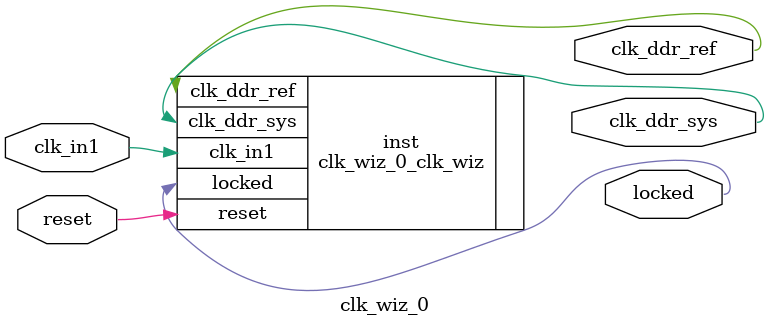
<source format=v>


`timescale 1ps/1ps

(* CORE_GENERATION_INFO = "clk_wiz_0,clk_wiz_v6_0_11_0_0,{component_name=clk_wiz_0,use_phase_alignment=true,use_min_o_jitter=false,use_max_i_jitter=false,use_dyn_phase_shift=false,use_inclk_switchover=false,use_dyn_reconfig=false,enable_axi=0,feedback_source=FDBK_AUTO,PRIMITIVE=MMCM,num_out_clk=2,clkin1_period=20.000,clkin2_period=10.0,use_power_down=false,use_reset=true,use_locked=true,use_inclk_stopped=false,feedback_type=SINGLE,CLOCK_MGR_TYPE=NA,manual_override=false}" *)

module clk_wiz_0 
 (
  // Clock out ports
  output        clk_ddr_sys,
  output        clk_ddr_ref,
  // Status and control signals
  input         reset,
  output        locked,
 // Clock in ports
  input         clk_in1
 );

  clk_wiz_0_clk_wiz inst
  (
  // Clock out ports  
  .clk_ddr_sys(clk_ddr_sys),
  .clk_ddr_ref(clk_ddr_ref),
  // Status and control signals               
  .reset(reset), 
  .locked(locked),
 // Clock in ports
  .clk_in1(clk_in1)
  );

endmodule

</source>
